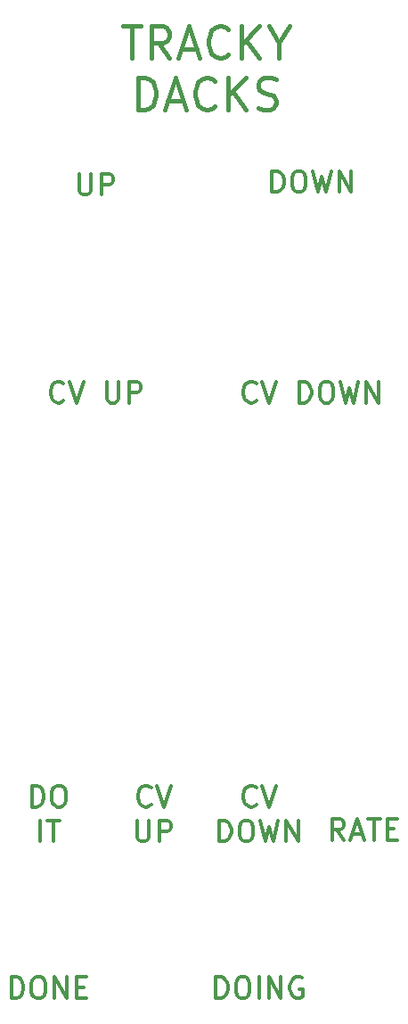
<source format=gbr>
G04 #@! TF.GenerationSoftware,KiCad,Pcbnew,(5.1.5-0)*
G04 #@! TF.CreationDate,2021-01-08T11:31:28-08:00*
G04 #@! TF.ProjectId,trackydacks,74726163-6b79-4646-9163-6b732e6b6963,rev?*
G04 #@! TF.SameCoordinates,Original*
G04 #@! TF.FileFunction,Legend,Top*
G04 #@! TF.FilePolarity,Positive*
%FSLAX46Y46*%
G04 Gerber Fmt 4.6, Leading zero omitted, Abs format (unit mm)*
G04 Created by KiCad (PCBNEW (5.1.5-0)) date 2021-01-08 11:31:28*
%MOMM*%
%LPD*%
G04 APERTURE LIST*
%ADD10C,0.400000*%
%ADD11C,0.300000*%
G04 APERTURE END LIST*
D10*
X112321428Y98842857D02*
X114035714Y98842857D01*
X113178571Y95842857D02*
X113178571Y98842857D01*
X116750000Y95842857D02*
X115750000Y97271428D01*
X115035714Y95842857D02*
X115035714Y98842857D01*
X116178571Y98842857D01*
X116464285Y98700000D01*
X116607142Y98557142D01*
X116750000Y98271428D01*
X116750000Y97842857D01*
X116607142Y97557142D01*
X116464285Y97414285D01*
X116178571Y97271428D01*
X115035714Y97271428D01*
X117892857Y96700000D02*
X119321428Y96700000D01*
X117607142Y95842857D02*
X118607142Y98842857D01*
X119607142Y95842857D01*
X122321428Y96128571D02*
X122178571Y95985714D01*
X121750000Y95842857D01*
X121464285Y95842857D01*
X121035714Y95985714D01*
X120750000Y96271428D01*
X120607142Y96557142D01*
X120464285Y97128571D01*
X120464285Y97557142D01*
X120607142Y98128571D01*
X120750000Y98414285D01*
X121035714Y98700000D01*
X121464285Y98842857D01*
X121750000Y98842857D01*
X122178571Y98700000D01*
X122321428Y98557142D01*
X123607142Y95842857D02*
X123607142Y98842857D01*
X125321428Y95842857D02*
X124035714Y97557142D01*
X125321428Y98842857D02*
X123607142Y97128571D01*
X127178571Y97271428D02*
X127178571Y95842857D01*
X126178571Y98842857D02*
X127178571Y97271428D01*
X128178571Y98842857D01*
X113750000Y90942857D02*
X113750000Y93942857D01*
X114464285Y93942857D01*
X114892857Y93800000D01*
X115178571Y93514285D01*
X115321428Y93228571D01*
X115464285Y92657142D01*
X115464285Y92228571D01*
X115321428Y91657142D01*
X115178571Y91371428D01*
X114892857Y91085714D01*
X114464285Y90942857D01*
X113750000Y90942857D01*
X116607142Y91800000D02*
X118035714Y91800000D01*
X116321428Y90942857D02*
X117321428Y93942857D01*
X118321428Y90942857D01*
X121035714Y91228571D02*
X120892857Y91085714D01*
X120464285Y90942857D01*
X120178571Y90942857D01*
X119750000Y91085714D01*
X119464285Y91371428D01*
X119321428Y91657142D01*
X119178571Y92228571D01*
X119178571Y92657142D01*
X119321428Y93228571D01*
X119464285Y93514285D01*
X119750000Y93800000D01*
X120178571Y93942857D01*
X120464285Y93942857D01*
X120892857Y93800000D01*
X121035714Y93657142D01*
X122321428Y90942857D02*
X122321428Y93942857D01*
X124035714Y90942857D02*
X122750000Y92657142D01*
X124035714Y93942857D02*
X122321428Y92228571D01*
X125178571Y91085714D02*
X125607142Y90942857D01*
X126321428Y90942857D01*
X126607142Y91085714D01*
X126750000Y91228571D01*
X126892857Y91514285D01*
X126892857Y91800000D01*
X126750000Y92085714D01*
X126607142Y92228571D01*
X126321428Y92371428D01*
X125750000Y92514285D01*
X125464285Y92657142D01*
X125321428Y92800000D01*
X125178571Y93085714D01*
X125178571Y93371428D01*
X125321428Y93657142D01*
X125464285Y93800000D01*
X125750000Y93942857D01*
X126464285Y93942857D01*
X126892857Y93800000D01*
D11*
X126488095Y83095238D02*
X126488095Y85095238D01*
X126964285Y85095238D01*
X127250000Y85000000D01*
X127440476Y84809523D01*
X127535714Y84619047D01*
X127630952Y84238095D01*
X127630952Y83952380D01*
X127535714Y83571428D01*
X127440476Y83380952D01*
X127250000Y83190476D01*
X126964285Y83095238D01*
X126488095Y83095238D01*
X128869047Y85095238D02*
X129250000Y85095238D01*
X129440476Y85000000D01*
X129630952Y84809523D01*
X129726190Y84428571D01*
X129726190Y83761904D01*
X129630952Y83380952D01*
X129440476Y83190476D01*
X129250000Y83095238D01*
X128869047Y83095238D01*
X128678571Y83190476D01*
X128488095Y83380952D01*
X128392857Y83761904D01*
X128392857Y84428571D01*
X128488095Y84809523D01*
X128678571Y85000000D01*
X128869047Y85095238D01*
X130392857Y85095238D02*
X130869047Y83095238D01*
X131250000Y84523809D01*
X131630952Y83095238D01*
X132107142Y85095238D01*
X132869047Y83095238D02*
X132869047Y85095238D01*
X134011904Y83095238D01*
X134011904Y85095238D01*
X108178571Y84845238D02*
X108178571Y83226190D01*
X108273809Y83035714D01*
X108369047Y82940476D01*
X108559523Y82845238D01*
X108940476Y82845238D01*
X109130952Y82940476D01*
X109226190Y83035714D01*
X109321428Y83226190D01*
X109321428Y84845238D01*
X110273809Y82845238D02*
X110273809Y84845238D01*
X111035714Y84845238D01*
X111226190Y84750000D01*
X111321428Y84654761D01*
X111416666Y84464285D01*
X111416666Y84178571D01*
X111321428Y83988095D01*
X111226190Y83892857D01*
X111035714Y83797619D01*
X110273809Y83797619D01*
X106702380Y63285714D02*
X106607142Y63190476D01*
X106321428Y63095238D01*
X106130952Y63095238D01*
X105845238Y63190476D01*
X105654761Y63380952D01*
X105559523Y63571428D01*
X105464285Y63952380D01*
X105464285Y64238095D01*
X105559523Y64619047D01*
X105654761Y64809523D01*
X105845238Y65000000D01*
X106130952Y65095238D01*
X106321428Y65095238D01*
X106607142Y65000000D01*
X106702380Y64904761D01*
X107273809Y65095238D02*
X107940476Y63095238D01*
X108607142Y65095238D01*
X110797619Y65095238D02*
X110797619Y63476190D01*
X110892857Y63285714D01*
X110988095Y63190476D01*
X111178571Y63095238D01*
X111559523Y63095238D01*
X111750000Y63190476D01*
X111845238Y63285714D01*
X111940476Y63476190D01*
X111940476Y65095238D01*
X112892857Y63095238D02*
X112892857Y65095238D01*
X113654761Y65095238D01*
X113845238Y65000000D01*
X113940476Y64904761D01*
X114035714Y64714285D01*
X114035714Y64428571D01*
X113940476Y64238095D01*
X113845238Y64142857D01*
X113654761Y64047619D01*
X112892857Y64047619D01*
X125011904Y63285714D02*
X124916666Y63190476D01*
X124630952Y63095238D01*
X124440476Y63095238D01*
X124154761Y63190476D01*
X123964285Y63380952D01*
X123869047Y63571428D01*
X123773809Y63952380D01*
X123773809Y64238095D01*
X123869047Y64619047D01*
X123964285Y64809523D01*
X124154761Y65000000D01*
X124440476Y65095238D01*
X124630952Y65095238D01*
X124916666Y65000000D01*
X125011904Y64904761D01*
X125583333Y65095238D02*
X126250000Y63095238D01*
X126916666Y65095238D01*
X129107142Y63095238D02*
X129107142Y65095238D01*
X129583333Y65095238D01*
X129869047Y65000000D01*
X130059523Y64809523D01*
X130154761Y64619047D01*
X130250000Y64238095D01*
X130250000Y63952380D01*
X130154761Y63571428D01*
X130059523Y63380952D01*
X129869047Y63190476D01*
X129583333Y63095238D01*
X129107142Y63095238D01*
X131488095Y65095238D02*
X131869047Y65095238D01*
X132059523Y65000000D01*
X132250000Y64809523D01*
X132345238Y64428571D01*
X132345238Y63761904D01*
X132250000Y63380952D01*
X132059523Y63190476D01*
X131869047Y63095238D01*
X131488095Y63095238D01*
X131297619Y63190476D01*
X131107142Y63380952D01*
X131011904Y63761904D01*
X131011904Y64428571D01*
X131107142Y64809523D01*
X131297619Y65000000D01*
X131488095Y65095238D01*
X133011904Y65095238D02*
X133488095Y63095238D01*
X133869047Y64523809D01*
X134250000Y63095238D01*
X134726190Y65095238D01*
X135488095Y63095238D02*
X135488095Y65095238D01*
X136630952Y63095238D01*
X136630952Y65095238D01*
X133345238Y21595238D02*
X132678571Y22547619D01*
X132202380Y21595238D02*
X132202380Y23595238D01*
X132964285Y23595238D01*
X133154761Y23500000D01*
X133250000Y23404761D01*
X133345238Y23214285D01*
X133345238Y22928571D01*
X133250000Y22738095D01*
X133154761Y22642857D01*
X132964285Y22547619D01*
X132202380Y22547619D01*
X134107142Y22166666D02*
X135059523Y22166666D01*
X133916666Y21595238D02*
X134583333Y23595238D01*
X135250000Y21595238D01*
X135630952Y23595238D02*
X136773809Y23595238D01*
X136202380Y21595238D02*
X136202380Y23595238D01*
X137440476Y22642857D02*
X138107142Y22642857D01*
X138392857Y21595238D02*
X137440476Y21595238D01*
X137440476Y23595238D01*
X138392857Y23595238D01*
X125011904Y24935714D02*
X124916666Y24840476D01*
X124630952Y24745238D01*
X124440476Y24745238D01*
X124154761Y24840476D01*
X123964285Y25030952D01*
X123869047Y25221428D01*
X123773809Y25602380D01*
X123773809Y25888095D01*
X123869047Y26269047D01*
X123964285Y26459523D01*
X124154761Y26650000D01*
X124440476Y26745238D01*
X124630952Y26745238D01*
X124916666Y26650000D01*
X125011904Y26554761D01*
X125583333Y26745238D02*
X126250000Y24745238D01*
X126916666Y26745238D01*
X121488095Y21445238D02*
X121488095Y23445238D01*
X121964285Y23445238D01*
X122250000Y23350000D01*
X122440476Y23159523D01*
X122535714Y22969047D01*
X122630952Y22588095D01*
X122630952Y22302380D01*
X122535714Y21921428D01*
X122440476Y21730952D01*
X122250000Y21540476D01*
X121964285Y21445238D01*
X121488095Y21445238D01*
X123869047Y23445238D02*
X124250000Y23445238D01*
X124440476Y23350000D01*
X124630952Y23159523D01*
X124726190Y22778571D01*
X124726190Y22111904D01*
X124630952Y21730952D01*
X124440476Y21540476D01*
X124250000Y21445238D01*
X123869047Y21445238D01*
X123678571Y21540476D01*
X123488095Y21730952D01*
X123392857Y22111904D01*
X123392857Y22778571D01*
X123488095Y23159523D01*
X123678571Y23350000D01*
X123869047Y23445238D01*
X125392857Y23445238D02*
X125869047Y21445238D01*
X126250000Y22873809D01*
X126630952Y21445238D01*
X127107142Y23445238D01*
X127869047Y21445238D02*
X127869047Y23445238D01*
X129011904Y21445238D01*
X129011904Y23445238D01*
X115011904Y24935714D02*
X114916666Y24840476D01*
X114630952Y24745238D01*
X114440476Y24745238D01*
X114154761Y24840476D01*
X113964285Y25030952D01*
X113869047Y25221428D01*
X113773809Y25602380D01*
X113773809Y25888095D01*
X113869047Y26269047D01*
X113964285Y26459523D01*
X114154761Y26650000D01*
X114440476Y26745238D01*
X114630952Y26745238D01*
X114916666Y26650000D01*
X115011904Y26554761D01*
X115583333Y26745238D02*
X116250000Y24745238D01*
X116916666Y26745238D01*
X113678571Y23445238D02*
X113678571Y21826190D01*
X113773809Y21635714D01*
X113869047Y21540476D01*
X114059523Y21445238D01*
X114440476Y21445238D01*
X114630952Y21540476D01*
X114726190Y21635714D01*
X114821428Y21826190D01*
X114821428Y23445238D01*
X115773809Y21445238D02*
X115773809Y23445238D01*
X116535714Y23445238D01*
X116726190Y23350000D01*
X116821428Y23254761D01*
X116916666Y23064285D01*
X116916666Y22778571D01*
X116821428Y22588095D01*
X116726190Y22492857D01*
X116535714Y22397619D01*
X115773809Y22397619D01*
X103678571Y24745238D02*
X103678571Y26745238D01*
X104154761Y26745238D01*
X104440476Y26650000D01*
X104630952Y26459523D01*
X104726190Y26269047D01*
X104821428Y25888095D01*
X104821428Y25602380D01*
X104726190Y25221428D01*
X104630952Y25030952D01*
X104440476Y24840476D01*
X104154761Y24745238D01*
X103678571Y24745238D01*
X106059523Y26745238D02*
X106440476Y26745238D01*
X106630952Y26650000D01*
X106821428Y26459523D01*
X106916666Y26078571D01*
X106916666Y25411904D01*
X106821428Y25030952D01*
X106630952Y24840476D01*
X106440476Y24745238D01*
X106059523Y24745238D01*
X105869047Y24840476D01*
X105678571Y25030952D01*
X105583333Y25411904D01*
X105583333Y26078571D01*
X105678571Y26459523D01*
X105869047Y26650000D01*
X106059523Y26745238D01*
X104488095Y21445238D02*
X104488095Y23445238D01*
X105154761Y23445238D02*
X106297619Y23445238D01*
X105726190Y21445238D02*
X105726190Y23445238D01*
X121154761Y6595238D02*
X121154761Y8595238D01*
X121630952Y8595238D01*
X121916666Y8500000D01*
X122107142Y8309523D01*
X122202380Y8119047D01*
X122297619Y7738095D01*
X122297619Y7452380D01*
X122202380Y7071428D01*
X122107142Y6880952D01*
X121916666Y6690476D01*
X121630952Y6595238D01*
X121154761Y6595238D01*
X123535714Y8595238D02*
X123916666Y8595238D01*
X124107142Y8500000D01*
X124297619Y8309523D01*
X124392857Y7928571D01*
X124392857Y7261904D01*
X124297619Y6880952D01*
X124107142Y6690476D01*
X123916666Y6595238D01*
X123535714Y6595238D01*
X123345238Y6690476D01*
X123154761Y6880952D01*
X123059523Y7261904D01*
X123059523Y7928571D01*
X123154761Y8309523D01*
X123345238Y8500000D01*
X123535714Y8595238D01*
X125250000Y6595238D02*
X125250000Y8595238D01*
X126202380Y6595238D02*
X126202380Y8595238D01*
X127345238Y6595238D01*
X127345238Y8595238D01*
X129345238Y8500000D02*
X129154761Y8595238D01*
X128869047Y8595238D01*
X128583333Y8500000D01*
X128392857Y8309523D01*
X128297619Y8119047D01*
X128202380Y7738095D01*
X128202380Y7452380D01*
X128297619Y7071428D01*
X128392857Y6880952D01*
X128583333Y6690476D01*
X128869047Y6595238D01*
X129059523Y6595238D01*
X129345238Y6690476D01*
X129440476Y6785714D01*
X129440476Y7452380D01*
X129059523Y7452380D01*
X101726190Y6595238D02*
X101726190Y8595238D01*
X102202380Y8595238D01*
X102488095Y8500000D01*
X102678571Y8309523D01*
X102773809Y8119047D01*
X102869047Y7738095D01*
X102869047Y7452380D01*
X102773809Y7071428D01*
X102678571Y6880952D01*
X102488095Y6690476D01*
X102202380Y6595238D01*
X101726190Y6595238D01*
X104107142Y8595238D02*
X104488095Y8595238D01*
X104678571Y8500000D01*
X104869047Y8309523D01*
X104964285Y7928571D01*
X104964285Y7261904D01*
X104869047Y6880952D01*
X104678571Y6690476D01*
X104488095Y6595238D01*
X104107142Y6595238D01*
X103916666Y6690476D01*
X103726190Y6880952D01*
X103630952Y7261904D01*
X103630952Y7928571D01*
X103726190Y8309523D01*
X103916666Y8500000D01*
X104107142Y8595238D01*
X105821428Y6595238D02*
X105821428Y8595238D01*
X106964285Y6595238D01*
X106964285Y8595238D01*
X107916666Y7642857D02*
X108583333Y7642857D01*
X108869047Y6595238D02*
X107916666Y6595238D01*
X107916666Y8595238D01*
X108869047Y8595238D01*
M02*

</source>
